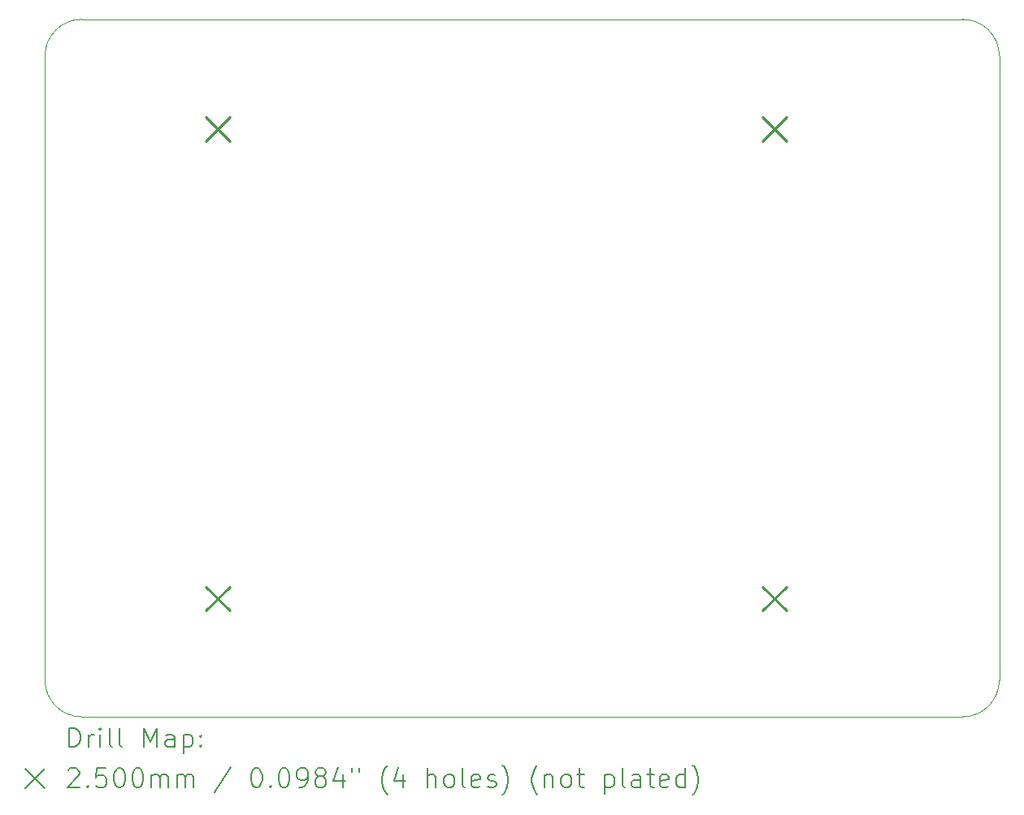
<source format=gbr>
%FSLAX45Y45*%
G04 Gerber Fmt 4.5, Leading zero omitted, Abs format (unit mm)*
G04 Created by KiCad (PCBNEW (6.0.5)) date 2022-06-02 10:53:18*
%MOMM*%
%LPD*%
G01*
G04 APERTURE LIST*
%TA.AperFunction,Profile*%
%ADD10C,0.100000*%
%TD*%
%ADD11C,0.200000*%
%ADD12C,0.250000*%
G04 APERTURE END LIST*
D10*
X19974390Y-7620000D02*
G75*
G03*
X19593392Y-7239000I-381000J0D01*
G01*
X10033000Y-7620000D02*
X10033000Y-14132392D01*
X19974392Y-14132392D02*
X19974392Y-7620000D01*
X19593392Y-14513392D02*
G75*
G03*
X19974392Y-14132392I-2J381002D01*
G01*
X19593392Y-7239000D02*
X10414000Y-7239000D01*
X10032998Y-14132392D02*
G75*
G03*
X10414000Y-14513392I381002J2D01*
G01*
X10414000Y-7239000D02*
G75*
G03*
X10033000Y-7620000I0J-381000D01*
G01*
X10414000Y-14513392D02*
X19593392Y-14513392D01*
D11*
D12*
X11707000Y-8257000D02*
X11957000Y-8507000D01*
X11957000Y-8257000D02*
X11707000Y-8507000D01*
X11707000Y-13157000D02*
X11957000Y-13407000D01*
X11957000Y-13157000D02*
X11707000Y-13407000D01*
X17507000Y-8257000D02*
X17757000Y-8507000D01*
X17757000Y-8257000D02*
X17507000Y-8507000D01*
X17507000Y-13157000D02*
X17757000Y-13407000D01*
X17757000Y-13157000D02*
X17507000Y-13407000D01*
D11*
X10285619Y-14828868D02*
X10285619Y-14628868D01*
X10333238Y-14628868D01*
X10361810Y-14638392D01*
X10380857Y-14657440D01*
X10390381Y-14676487D01*
X10399905Y-14714583D01*
X10399905Y-14743154D01*
X10390381Y-14781249D01*
X10380857Y-14800297D01*
X10361810Y-14819345D01*
X10333238Y-14828868D01*
X10285619Y-14828868D01*
X10485619Y-14828868D02*
X10485619Y-14695535D01*
X10485619Y-14733630D02*
X10495143Y-14714583D01*
X10504667Y-14705059D01*
X10523714Y-14695535D01*
X10542762Y-14695535D01*
X10609429Y-14828868D02*
X10609429Y-14695535D01*
X10609429Y-14628868D02*
X10599905Y-14638392D01*
X10609429Y-14647916D01*
X10618952Y-14638392D01*
X10609429Y-14628868D01*
X10609429Y-14647916D01*
X10733238Y-14828868D02*
X10714190Y-14819345D01*
X10704667Y-14800297D01*
X10704667Y-14628868D01*
X10838000Y-14828868D02*
X10818952Y-14819345D01*
X10809429Y-14800297D01*
X10809429Y-14628868D01*
X11066571Y-14828868D02*
X11066571Y-14628868D01*
X11133238Y-14771726D01*
X11199905Y-14628868D01*
X11199905Y-14828868D01*
X11380857Y-14828868D02*
X11380857Y-14724106D01*
X11371333Y-14705059D01*
X11352286Y-14695535D01*
X11314190Y-14695535D01*
X11295143Y-14705059D01*
X11380857Y-14819345D02*
X11361809Y-14828868D01*
X11314190Y-14828868D01*
X11295143Y-14819345D01*
X11285619Y-14800297D01*
X11285619Y-14781249D01*
X11295143Y-14762202D01*
X11314190Y-14752678D01*
X11361809Y-14752678D01*
X11380857Y-14743154D01*
X11476095Y-14695535D02*
X11476095Y-14895535D01*
X11476095Y-14705059D02*
X11495143Y-14695535D01*
X11533238Y-14695535D01*
X11552286Y-14705059D01*
X11561809Y-14714583D01*
X11571333Y-14733630D01*
X11571333Y-14790773D01*
X11561809Y-14809821D01*
X11552286Y-14819345D01*
X11533238Y-14828868D01*
X11495143Y-14828868D01*
X11476095Y-14819345D01*
X11657048Y-14809821D02*
X11666571Y-14819345D01*
X11657048Y-14828868D01*
X11647524Y-14819345D01*
X11657048Y-14809821D01*
X11657048Y-14828868D01*
X11657048Y-14705059D02*
X11666571Y-14714583D01*
X11657048Y-14724106D01*
X11647524Y-14714583D01*
X11657048Y-14705059D01*
X11657048Y-14724106D01*
X9828000Y-15058392D02*
X10028000Y-15258392D01*
X10028000Y-15058392D02*
X9828000Y-15258392D01*
X10276095Y-15067916D02*
X10285619Y-15058392D01*
X10304667Y-15048868D01*
X10352286Y-15048868D01*
X10371333Y-15058392D01*
X10380857Y-15067916D01*
X10390381Y-15086964D01*
X10390381Y-15106011D01*
X10380857Y-15134583D01*
X10266571Y-15248868D01*
X10390381Y-15248868D01*
X10476095Y-15229821D02*
X10485619Y-15239345D01*
X10476095Y-15248868D01*
X10466571Y-15239345D01*
X10476095Y-15229821D01*
X10476095Y-15248868D01*
X10666571Y-15048868D02*
X10571333Y-15048868D01*
X10561810Y-15144106D01*
X10571333Y-15134583D01*
X10590381Y-15125059D01*
X10638000Y-15125059D01*
X10657048Y-15134583D01*
X10666571Y-15144106D01*
X10676095Y-15163154D01*
X10676095Y-15210773D01*
X10666571Y-15229821D01*
X10657048Y-15239345D01*
X10638000Y-15248868D01*
X10590381Y-15248868D01*
X10571333Y-15239345D01*
X10561810Y-15229821D01*
X10799905Y-15048868D02*
X10818952Y-15048868D01*
X10838000Y-15058392D01*
X10847524Y-15067916D01*
X10857048Y-15086964D01*
X10866571Y-15125059D01*
X10866571Y-15172678D01*
X10857048Y-15210773D01*
X10847524Y-15229821D01*
X10838000Y-15239345D01*
X10818952Y-15248868D01*
X10799905Y-15248868D01*
X10780857Y-15239345D01*
X10771333Y-15229821D01*
X10761810Y-15210773D01*
X10752286Y-15172678D01*
X10752286Y-15125059D01*
X10761810Y-15086964D01*
X10771333Y-15067916D01*
X10780857Y-15058392D01*
X10799905Y-15048868D01*
X10990381Y-15048868D02*
X11009429Y-15048868D01*
X11028476Y-15058392D01*
X11038000Y-15067916D01*
X11047524Y-15086964D01*
X11057048Y-15125059D01*
X11057048Y-15172678D01*
X11047524Y-15210773D01*
X11038000Y-15229821D01*
X11028476Y-15239345D01*
X11009429Y-15248868D01*
X10990381Y-15248868D01*
X10971333Y-15239345D01*
X10961810Y-15229821D01*
X10952286Y-15210773D01*
X10942762Y-15172678D01*
X10942762Y-15125059D01*
X10952286Y-15086964D01*
X10961810Y-15067916D01*
X10971333Y-15058392D01*
X10990381Y-15048868D01*
X11142762Y-15248868D02*
X11142762Y-15115535D01*
X11142762Y-15134583D02*
X11152286Y-15125059D01*
X11171333Y-15115535D01*
X11199905Y-15115535D01*
X11218952Y-15125059D01*
X11228476Y-15144106D01*
X11228476Y-15248868D01*
X11228476Y-15144106D02*
X11238000Y-15125059D01*
X11257048Y-15115535D01*
X11285619Y-15115535D01*
X11304667Y-15125059D01*
X11314190Y-15144106D01*
X11314190Y-15248868D01*
X11409428Y-15248868D02*
X11409428Y-15115535D01*
X11409428Y-15134583D02*
X11418952Y-15125059D01*
X11438000Y-15115535D01*
X11466571Y-15115535D01*
X11485619Y-15125059D01*
X11495143Y-15144106D01*
X11495143Y-15248868D01*
X11495143Y-15144106D02*
X11504667Y-15125059D01*
X11523714Y-15115535D01*
X11552286Y-15115535D01*
X11571333Y-15125059D01*
X11580857Y-15144106D01*
X11580857Y-15248868D01*
X11971333Y-15039345D02*
X11799905Y-15296487D01*
X12228476Y-15048868D02*
X12247524Y-15048868D01*
X12266571Y-15058392D01*
X12276095Y-15067916D01*
X12285619Y-15086964D01*
X12295143Y-15125059D01*
X12295143Y-15172678D01*
X12285619Y-15210773D01*
X12276095Y-15229821D01*
X12266571Y-15239345D01*
X12247524Y-15248868D01*
X12228476Y-15248868D01*
X12209428Y-15239345D01*
X12199905Y-15229821D01*
X12190381Y-15210773D01*
X12180857Y-15172678D01*
X12180857Y-15125059D01*
X12190381Y-15086964D01*
X12199905Y-15067916D01*
X12209428Y-15058392D01*
X12228476Y-15048868D01*
X12380857Y-15229821D02*
X12390381Y-15239345D01*
X12380857Y-15248868D01*
X12371333Y-15239345D01*
X12380857Y-15229821D01*
X12380857Y-15248868D01*
X12514190Y-15048868D02*
X12533238Y-15048868D01*
X12552286Y-15058392D01*
X12561809Y-15067916D01*
X12571333Y-15086964D01*
X12580857Y-15125059D01*
X12580857Y-15172678D01*
X12571333Y-15210773D01*
X12561809Y-15229821D01*
X12552286Y-15239345D01*
X12533238Y-15248868D01*
X12514190Y-15248868D01*
X12495143Y-15239345D01*
X12485619Y-15229821D01*
X12476095Y-15210773D01*
X12466571Y-15172678D01*
X12466571Y-15125059D01*
X12476095Y-15086964D01*
X12485619Y-15067916D01*
X12495143Y-15058392D01*
X12514190Y-15048868D01*
X12676095Y-15248868D02*
X12714190Y-15248868D01*
X12733238Y-15239345D01*
X12742762Y-15229821D01*
X12761809Y-15201249D01*
X12771333Y-15163154D01*
X12771333Y-15086964D01*
X12761809Y-15067916D01*
X12752286Y-15058392D01*
X12733238Y-15048868D01*
X12695143Y-15048868D01*
X12676095Y-15058392D01*
X12666571Y-15067916D01*
X12657048Y-15086964D01*
X12657048Y-15134583D01*
X12666571Y-15153630D01*
X12676095Y-15163154D01*
X12695143Y-15172678D01*
X12733238Y-15172678D01*
X12752286Y-15163154D01*
X12761809Y-15153630D01*
X12771333Y-15134583D01*
X12885619Y-15134583D02*
X12866571Y-15125059D01*
X12857048Y-15115535D01*
X12847524Y-15096487D01*
X12847524Y-15086964D01*
X12857048Y-15067916D01*
X12866571Y-15058392D01*
X12885619Y-15048868D01*
X12923714Y-15048868D01*
X12942762Y-15058392D01*
X12952286Y-15067916D01*
X12961809Y-15086964D01*
X12961809Y-15096487D01*
X12952286Y-15115535D01*
X12942762Y-15125059D01*
X12923714Y-15134583D01*
X12885619Y-15134583D01*
X12866571Y-15144106D01*
X12857048Y-15153630D01*
X12847524Y-15172678D01*
X12847524Y-15210773D01*
X12857048Y-15229821D01*
X12866571Y-15239345D01*
X12885619Y-15248868D01*
X12923714Y-15248868D01*
X12942762Y-15239345D01*
X12952286Y-15229821D01*
X12961809Y-15210773D01*
X12961809Y-15172678D01*
X12952286Y-15153630D01*
X12942762Y-15144106D01*
X12923714Y-15134583D01*
X13133238Y-15115535D02*
X13133238Y-15248868D01*
X13085619Y-15039345D02*
X13038000Y-15182202D01*
X13161809Y-15182202D01*
X13228476Y-15048868D02*
X13228476Y-15086964D01*
X13304667Y-15048868D02*
X13304667Y-15086964D01*
X13599905Y-15325059D02*
X13590381Y-15315535D01*
X13571333Y-15286964D01*
X13561809Y-15267916D01*
X13552286Y-15239345D01*
X13542762Y-15191726D01*
X13542762Y-15153630D01*
X13552286Y-15106011D01*
X13561809Y-15077440D01*
X13571333Y-15058392D01*
X13590381Y-15029821D01*
X13599905Y-15020297D01*
X13761809Y-15115535D02*
X13761809Y-15248868D01*
X13714190Y-15039345D02*
X13666571Y-15182202D01*
X13790381Y-15182202D01*
X14018952Y-15248868D02*
X14018952Y-15048868D01*
X14104667Y-15248868D02*
X14104667Y-15144106D01*
X14095143Y-15125059D01*
X14076095Y-15115535D01*
X14047524Y-15115535D01*
X14028476Y-15125059D01*
X14018952Y-15134583D01*
X14228476Y-15248868D02*
X14209428Y-15239345D01*
X14199905Y-15229821D01*
X14190381Y-15210773D01*
X14190381Y-15153630D01*
X14199905Y-15134583D01*
X14209428Y-15125059D01*
X14228476Y-15115535D01*
X14257048Y-15115535D01*
X14276095Y-15125059D01*
X14285619Y-15134583D01*
X14295143Y-15153630D01*
X14295143Y-15210773D01*
X14285619Y-15229821D01*
X14276095Y-15239345D01*
X14257048Y-15248868D01*
X14228476Y-15248868D01*
X14409428Y-15248868D02*
X14390381Y-15239345D01*
X14380857Y-15220297D01*
X14380857Y-15048868D01*
X14561809Y-15239345D02*
X14542762Y-15248868D01*
X14504667Y-15248868D01*
X14485619Y-15239345D01*
X14476095Y-15220297D01*
X14476095Y-15144106D01*
X14485619Y-15125059D01*
X14504667Y-15115535D01*
X14542762Y-15115535D01*
X14561809Y-15125059D01*
X14571333Y-15144106D01*
X14571333Y-15163154D01*
X14476095Y-15182202D01*
X14647524Y-15239345D02*
X14666571Y-15248868D01*
X14704667Y-15248868D01*
X14723714Y-15239345D01*
X14733238Y-15220297D01*
X14733238Y-15210773D01*
X14723714Y-15191726D01*
X14704667Y-15182202D01*
X14676095Y-15182202D01*
X14657048Y-15172678D01*
X14647524Y-15153630D01*
X14647524Y-15144106D01*
X14657048Y-15125059D01*
X14676095Y-15115535D01*
X14704667Y-15115535D01*
X14723714Y-15125059D01*
X14799905Y-15325059D02*
X14809428Y-15315535D01*
X14828476Y-15286964D01*
X14838000Y-15267916D01*
X14847524Y-15239345D01*
X14857048Y-15191726D01*
X14857048Y-15153630D01*
X14847524Y-15106011D01*
X14838000Y-15077440D01*
X14828476Y-15058392D01*
X14809428Y-15029821D01*
X14799905Y-15020297D01*
X15161809Y-15325059D02*
X15152286Y-15315535D01*
X15133238Y-15286964D01*
X15123714Y-15267916D01*
X15114190Y-15239345D01*
X15104667Y-15191726D01*
X15104667Y-15153630D01*
X15114190Y-15106011D01*
X15123714Y-15077440D01*
X15133238Y-15058392D01*
X15152286Y-15029821D01*
X15161809Y-15020297D01*
X15238000Y-15115535D02*
X15238000Y-15248868D01*
X15238000Y-15134583D02*
X15247524Y-15125059D01*
X15266571Y-15115535D01*
X15295143Y-15115535D01*
X15314190Y-15125059D01*
X15323714Y-15144106D01*
X15323714Y-15248868D01*
X15447524Y-15248868D02*
X15428476Y-15239345D01*
X15418952Y-15229821D01*
X15409428Y-15210773D01*
X15409428Y-15153630D01*
X15418952Y-15134583D01*
X15428476Y-15125059D01*
X15447524Y-15115535D01*
X15476095Y-15115535D01*
X15495143Y-15125059D01*
X15504667Y-15134583D01*
X15514190Y-15153630D01*
X15514190Y-15210773D01*
X15504667Y-15229821D01*
X15495143Y-15239345D01*
X15476095Y-15248868D01*
X15447524Y-15248868D01*
X15571333Y-15115535D02*
X15647524Y-15115535D01*
X15599905Y-15048868D02*
X15599905Y-15220297D01*
X15609428Y-15239345D01*
X15628476Y-15248868D01*
X15647524Y-15248868D01*
X15866571Y-15115535D02*
X15866571Y-15315535D01*
X15866571Y-15125059D02*
X15885619Y-15115535D01*
X15923714Y-15115535D01*
X15942762Y-15125059D01*
X15952286Y-15134583D01*
X15961809Y-15153630D01*
X15961809Y-15210773D01*
X15952286Y-15229821D01*
X15942762Y-15239345D01*
X15923714Y-15248868D01*
X15885619Y-15248868D01*
X15866571Y-15239345D01*
X16076095Y-15248868D02*
X16057048Y-15239345D01*
X16047524Y-15220297D01*
X16047524Y-15048868D01*
X16238000Y-15248868D02*
X16238000Y-15144106D01*
X16228476Y-15125059D01*
X16209428Y-15115535D01*
X16171333Y-15115535D01*
X16152286Y-15125059D01*
X16238000Y-15239345D02*
X16218952Y-15248868D01*
X16171333Y-15248868D01*
X16152286Y-15239345D01*
X16142762Y-15220297D01*
X16142762Y-15201249D01*
X16152286Y-15182202D01*
X16171333Y-15172678D01*
X16218952Y-15172678D01*
X16238000Y-15163154D01*
X16304667Y-15115535D02*
X16380857Y-15115535D01*
X16333238Y-15048868D02*
X16333238Y-15220297D01*
X16342762Y-15239345D01*
X16361809Y-15248868D01*
X16380857Y-15248868D01*
X16523714Y-15239345D02*
X16504667Y-15248868D01*
X16466571Y-15248868D01*
X16447524Y-15239345D01*
X16438000Y-15220297D01*
X16438000Y-15144106D01*
X16447524Y-15125059D01*
X16466571Y-15115535D01*
X16504667Y-15115535D01*
X16523714Y-15125059D01*
X16533238Y-15144106D01*
X16533238Y-15163154D01*
X16438000Y-15182202D01*
X16704667Y-15248868D02*
X16704667Y-15048868D01*
X16704667Y-15239345D02*
X16685619Y-15248868D01*
X16647524Y-15248868D01*
X16628476Y-15239345D01*
X16618952Y-15229821D01*
X16609428Y-15210773D01*
X16609428Y-15153630D01*
X16618952Y-15134583D01*
X16628476Y-15125059D01*
X16647524Y-15115535D01*
X16685619Y-15115535D01*
X16704667Y-15125059D01*
X16780857Y-15325059D02*
X16790381Y-15315535D01*
X16809429Y-15286964D01*
X16818952Y-15267916D01*
X16828476Y-15239345D01*
X16838000Y-15191726D01*
X16838000Y-15153630D01*
X16828476Y-15106011D01*
X16818952Y-15077440D01*
X16809429Y-15058392D01*
X16790381Y-15029821D01*
X16780857Y-15020297D01*
M02*

</source>
